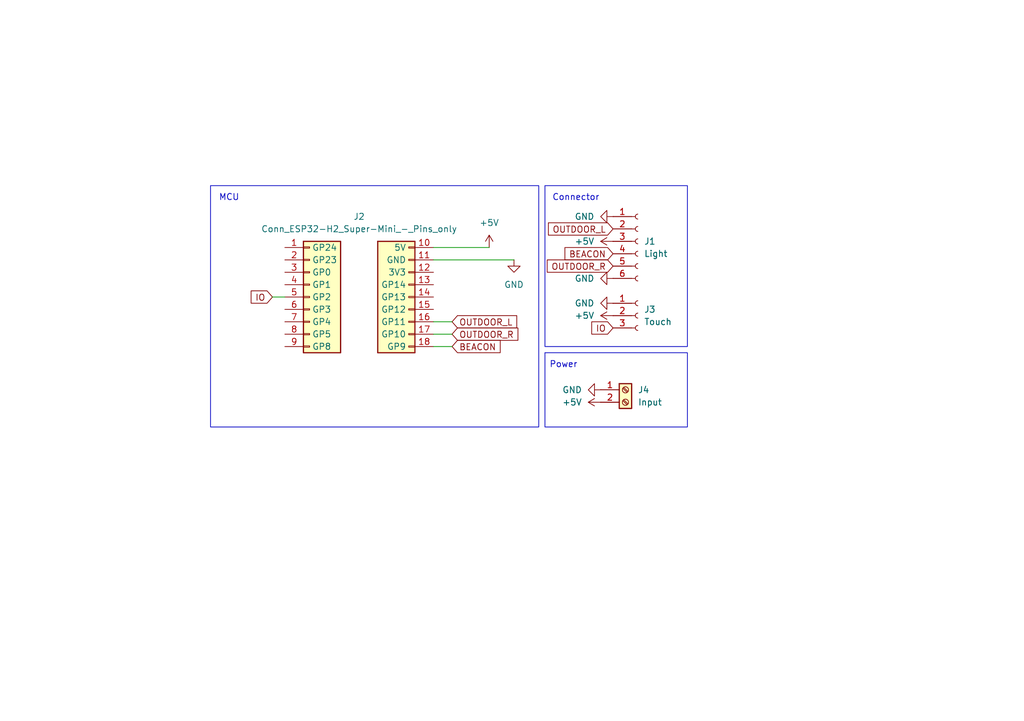
<source format=kicad_sch>
(kicad_sch (version 20250114) (generator "eeschema") (generator_version "9.0")
  (paper "A5")
  (title_block (title "Mole Beacon") (date "05.10.2025") (rev "1.0.0") (company "Peter Siegmund") (comment 1 "kicad@mars3142.org") (comment 2 "https://wiki.mars3142.dev/project/maerklin/warnemuende/lighthouse/start"))
  (lib_symbols
    (symbol "Connector:Conn_01x03_Socket" (pin_names (offset 1.016) (hide yes))
      (property "Reference" "J" (at 0 5.08 0))
      (property "Value" "Conn_01x03_Socket" (at 0 -5.08 0))
      (symbol "Conn_01x03_Socket_1_1"
        (polyline (pts (xy -1.27 2.54) (xy -0.508 2.54)) (stroke (width 0.1524)))
        (polyline (pts (xy -1.27 0) (xy -0.508 0)) (stroke (width 0.1524)))
        (polyline (pts (xy -1.27 -2.54) (xy -0.508 -2.54)) (stroke (width 0.1524)))
        (arc (start 0 2.032) (mid -0.5058 2.54) (end 0 3.048) (stroke (width 0.1524)))
        (arc (start 0 -0.508) (mid -0.5058 0) (end 0 0.508) (stroke (width 0.1524)))
        (arc (start 0 -3.048) (mid -0.5058 -2.54) (end 0 -2.032) (stroke (width 0.1524)))
        (pin passive line (at -5.08 2.54 0) (length 3.81) (name "Pin_1") (number "1"))
        (pin passive line (at -5.08 0 0) (length 3.81) (name "Pin_2") (number "2"))
        (pin passive line (at -5.08 -2.54 0) (length 3.81) (name "Pin_3") (number "3"))
      )
    )
    (symbol "Connector:Conn_01x06_Socket" (pin_names (offset 1.016) (hide yes))
      (property "Reference" "J" (at 0 7.62 0))
      (property "Value" "Conn_01x06_Socket" (at 0 -10.16 0))
      (symbol "Conn_01x06_Socket_1_1"
        (polyline (pts (xy -1.27 5.08) (xy -0.508 5.08)) (stroke (width 0.1524)))
        (polyline (pts (xy -1.27 2.54) (xy -0.508 2.54)) (stroke (width 0.1524)))
        (polyline (pts (xy -1.27 0) (xy -0.508 0)) (stroke (width 0.1524)))
        (polyline (pts (xy -1.27 -2.54) (xy -0.508 -2.54)) (stroke (width 0.1524)))
        (polyline (pts (xy -1.27 -5.08) (xy -0.508 -5.08)) (stroke (width 0.1524)))
        (polyline (pts (xy -1.27 -7.62) (xy -0.508 -7.62)) (stroke (width 0.1524)))
        (arc (start 0 4.572) (mid -0.5058 5.08) (end 0 5.588) (stroke (width 0.1524)))
        (arc (start 0 2.032) (mid -0.5058 2.54) (end 0 3.048) (stroke (width 0.1524)))
        (arc (start 0 -0.508) (mid -0.5058 0) (end 0 0.508) (stroke (width 0.1524)))
        (arc (start 0 -3.048) (mid -0.5058 -2.54) (end 0 -2.032) (stroke (width 0.1524)))
        (arc (start 0 -5.588) (mid -0.5058 -5.08) (end 0 -4.572) (stroke (width 0.1524)))
        (arc (start 0 -8.128) (mid -0.5058 -7.62) (end 0 -7.112) (stroke (width 0.1524)))
        (pin passive line (at -5.08 5.08 0) (length 3.81) (name "Pin_1") (number "1"))
        (pin passive line (at -5.08 2.54 0) (length 3.81) (name "Pin_2") (number "2"))
        (pin passive line (at -5.08 0 0) (length 3.81) (name "Pin_3") (number "3"))
        (pin passive line (at -5.08 -2.54 0) (length 3.81) (name "Pin_4") (number "4"))
        (pin passive line (at -5.08 -5.08 0) (length 3.81) (name "Pin_5") (number "5"))
        (pin passive line (at -5.08 -7.62 0) (length 3.81) (name "Pin_6") (number "6"))
      )
    )
    (symbol "Connector:Screw_Terminal_01x02" (pin_names (offset 1.016) (hide yes))
      (property "Reference" "J" (at 0 2.54 0))
      (property "Value" "Screw_Terminal_01x02" (at 0 -5.08 0))
      (symbol "Screw_Terminal_01x02_1_1"
        (rectangle (start -1.27 1.27) (end 1.27 -3.81) (stroke (width 0.254)) (fill (type background)))
        (polyline (pts (xy -0.5334 0.3302) (xy 0.3302 -0.508)) (stroke (width 0.1524)))
        (polyline (pts (xy -0.5334 -2.2098) (xy 0.3302 -3.048)) (stroke (width 0.1524)))
        (polyline (pts (xy -0.3556 0.508) (xy 0.508 -0.3302)) (stroke (width 0.1524)))
        (polyline (pts (xy -0.3556 -2.032) (xy 0.508 -2.8702)) (stroke (width 0.1524)))
        (circle (center 0 0) (radius 0.635) (stroke (width 0.1524)))
        (circle (center 0 -2.54) (radius 0.635) (stroke (width 0.1524)))
        (pin passive line (at -5.08 0 0) (length 3.81) (name "Pin_1") (number "1"))
        (pin passive line (at -5.08 -2.54 0) (length 3.81) (name "Pin_2") (number "2"))
      )
    )
    (symbol "power:+5V" (power) (pin_numbers (hide yes)) (pin_names (offset 0) (hide yes))
      (property "Value" "+5V" (at 0 3.556 0))
      (symbol "+5V_0_1"
        (polyline (pts (xy -0.762 1.27) (xy 0 2.54)))
        (polyline (pts (xy 0 2.54) (xy 0.762 1.27)))
        (polyline (pts (xy 0 0) (xy 0 2.54)))
      )
      (symbol "+5V_1_1"
        (pin power_in line (at 0 0 90) (length 0) (name "~") (number "1"))
      )
    )
    (symbol "power:GND" (power) (pin_numbers (hide yes)) (pin_names (offset 0) (hide yes))
      (property "Value" "GND" (at 0 -3.81 0))
      (symbol "GND_0_1"
        (polyline (pts (xy 0 0) (xy 0 -1.27) (xy 1.27 -1.27) (xy 0 -2.54) (xy -1.27 -1.27) (xy 0 -1.27)))
      )
      (symbol "GND_1_1"
        (pin power_in line (at 0 0 270) (length 0) (name "~") (number "1"))
      )
    )
    (symbol "wemos:Conn_ESP32-H2_Super-Mini_-_Pins_only" (pin_names (offset 1.778))
      (property "Reference" "J" (at 0 10.668 0))
      (property "Value" "Conn_ESP32-H2_Super-Mini_-_Pins_only" (at 0.762 -15.494 0))
      (symbol "Conn_ESP32-H2_Super-Mini_-_Pins_only_1_1"
        (rectangle (start -11.43 8.89) (end -3.81 -13.97) (stroke (width 0.254)) (fill (type background)))
        (rectangle (start -11.43 7.747) (end -10.16 7.493) (stroke (width 0.1524)))
        (rectangle (start -11.43 5.207) (end -10.16 4.953) (stroke (width 0.1524)))
        (rectangle (start -11.43 2.667) (end -10.16 2.413) (stroke (width 0.1524)))
        (rectangle (start -11.43 0.127) (end -10.16 -0.127) (stroke (width 0.1524)))
        (rectangle (start -11.43 -2.413) (end -10.16 -2.667) (stroke (width 0.1524)))
        (rectangle (start -11.43 -4.953) (end -10.16 -5.207) (stroke (width 0.1524)))
        (rectangle (start -11.43 -7.493) (end -10.16 -7.747) (stroke (width 0.1524)))
        (rectangle (start -11.43 -10.033) (end -10.16 -10.287) (stroke (width 0.1524)))
        (rectangle (start -11.43 -12.573) (end -10.16 -12.827) (stroke (width 0.1524)))
        (rectangle (start 3.81 8.89) (end 11.43 -13.97) (stroke (width 0.254)) (fill (type background)))
        (rectangle (start 10.16 -10.033) (end 11.43 -10.287) (stroke (width 0.1524)))
        (rectangle (start 10.16 -12.573) (end 11.43 -12.827) (stroke (width 0.1524)))
        (rectangle (start 11.43 7.747) (end 10.16 7.493) (stroke (width 0.1524)))
        (rectangle (start 11.43 5.207) (end 10.16 4.953) (stroke (width 0.1524)))
        (rectangle (start 11.43 2.667) (end 10.16 2.413) (stroke (width 0.1524)))
        (rectangle (start 11.43 0.127) (end 10.16 -0.127) (stroke (width 0.1524)))
        (rectangle (start 11.43 -2.413) (end 10.16 -2.667) (stroke (width 0.1524)))
        (rectangle (start 11.43 -4.953) (end 10.16 -5.207) (stroke (width 0.1524)))
        (rectangle (start 11.43 -7.493) (end 10.16 -7.747) (stroke (width 0.1524)))
        (pin passive line (at -15.24 7.62 0) (length 3.81) (name "GP24") (number "1"))
        (pin passive line (at -15.24 5.08 0) (length 3.81) (name "GP23") (number "2"))
        (pin passive line (at -15.24 2.54 0) (length 3.81) (name "GP0") (number "3"))
        (pin passive line (at -15.24 0 0) (length 3.81) (name "GP1") (number "4"))
        (pin passive line (at -15.24 -2.54 0) (length 3.81) (name "GP2") (number "5"))
        (pin passive line (at -15.24 -5.08 0) (length 3.81) (name "GP3") (number "6"))
        (pin passive line (at -15.24 -7.62 0) (length 3.81) (name "GP4") (number "7"))
        (pin passive line (at -15.24 -10.16 0) (length 3.81) (name "GP5") (number "8"))
        (pin passive line (at -15.24 -12.7 0) (length 3.81) (name "GP8") (number "9"))
        (pin passive line (at 15.24 7.62 180) (length 3.81) (name "5V") (number "10"))
        (pin passive line (at 15.24 5.08 180) (length 3.81) (name "GND") (number "11"))
        (pin passive line (at 15.24 2.54 180) (length 3.81) (name "3V3") (number "12"))
        (pin passive line (at 15.24 0 180) (length 3.81) (name "GP14") (number "13"))
        (pin passive line (at 15.24 -2.54 180) (length 3.81) (name "GP13") (number "14"))
        (pin passive line (at 15.24 -5.08 180) (length 3.81) (name "GP12") (number "15"))
        (pin passive line (at 15.24 -7.62 180) (length 3.81) (name "GP11") (number "16"))
        (pin passive line (at 15.24 -10.16 180) (length 3.81) (name "GP10") (number "17"))
        (pin passive line (at 15.24 -12.7 180) (length 3.81) (name "GP9") (number "18"))
      )
    )
  )
  (rectangle (start 111.76 72.39) (end 140.97 87.63))
  (rectangle (start 111.76 38.1) (end 140.97 71.12))
  (rectangle (start 43.18 38.1) (end 110.49 87.63))
  (text "Connector" (at 118.11 40.64 0) (effects (font (size 1.27 1.27))))
  (text "Power" (at 115.57 74.93 0) (effects (font (size 1.27 1.27))))
  (text "MCU" (at 46.99 40.64 0) (effects (font (size 1.27 1.27))))
  (wire (pts (xy 92.71 71.12) (xy 88.9 71.12)))
  (wire (pts (xy 88.9 50.8) (xy 100.33 50.8)))
  (wire (pts (xy 92.71 68.58) (xy 88.9 68.58)))
  (wire (pts (xy 55.88 60.96) (xy 58.42 60.96)))
  (wire (pts (xy 92.71 66.04) (xy 88.9 66.04)))
  (wire (pts (xy 88.9 53.34) (xy 105.41 53.34)))
  (global_label "OUTDOOR_L" (shape input) (at 92.71 66.04 0) (property "Intersheetrefs" "${INTERSHEET_REFS}" (effects (hide yes))))
  (global_label "BEACON" (shape input) (at 92.71 71.12 0) (property "Intersheetrefs" "${INTERSHEET_REFS}" (effects (hide yes))))
  (global_label "IO" (shape input) (at 125.73 67.31 180) (property "Intersheetrefs" "${INTERSHEET_REFS}" (effects (hide yes))))
  (global_label "IO" (shape input) (at 55.88 60.96 180) (property "Intersheetrefs" "${INTERSHEET_REFS}" (effects (hide yes))))
  (global_label "BEACON" (shape input) (at 125.73 52.07 180) (property "Intersheetrefs" "${INTERSHEET_REFS}" (effects (hide yes))))
  (global_label "OUTDOOR_R" (shape input) (at 92.71 68.58 0) (property "Intersheetrefs" "${INTERSHEET_REFS}" (effects (hide yes))))
  (global_label "OUTDOOR_R" (shape input) (at 125.73 54.61 180) (property "Intersheetrefs" "${INTERSHEET_REFS}" (effects (hide yes))))
  (global_label "OUTDOOR_L" (shape input) (at 125.73 46.99 180) (property "Intersheetrefs" "${INTERSHEET_REFS}" (effects (hide yes))))
  (symbol (lib_id "power:GND") (at 105.41 53.34 0) (unit 1)
    (property "Reference" "#PWR04" (effects (hide yes)))
    (property "Value" "GND" (at 105.41 58.42 0))
    (property "Description" "Power symbol creates a global label with name \"GND\" , ground" (effects (hide yes)))
  )
  (symbol (lib_id "Connector:Conn_01x06_Socket") (at 130.81 49.53 0) (unit 1)
    (property "Reference" "J1" (at 132.08 49.5299 0) (effects (justify left)))
    (property "Value" "Light" (at 132.08 52.0699 0) (effects (justify left)))
    (property "Footprint" "Connector_JST:JST_PH_S4B-PH-K_1x06_P2.00mm_Horizontal" (effects (hide yes)))
    (property "Description" "Generic connector, single row, 01x06, script generated" (effects (hide yes)))
  )
  (symbol (lib_id "power:+5V") (at 125.73 49.53 90) (unit 1)
    (property "Reference" "#PWR02" (effects (hide yes)))
    (property "Value" "+5V" (at 121.92 49.5299 90) (effects (justify left)))
    (property "Description" "Power symbol creates a global label with name \"+5V\"" (effects (hide yes)))
  )
  (symbol (lib_id "Connector:Screw_Terminal_01x02") (at 128.27 80.01 0) (unit 1)
    (property "Reference" "J4" (at 130.81 80.0099 0) (effects (justify left)))
    (property "Value" "Input" (at 130.81 82.5499 0) (effects (justify left)))
    (property "Footprint" "TerminalBlock_Phoenix:TerminalBlock_Phoenix_MKDS-1,5-2_1x02_P5.00mm_Horizontal" (effects (hide yes)))
    (property "Description" "Generic screw terminal, single row, 01x02, script generated (kicad-library-utils/schlib/autogen/connector/)" (effects (hide yes)))
  )
  (symbol (lib_id "power:GND") (at 125.73 62.23 270) (unit 1)
    (property "Reference" "#PWR06" (effects (hide yes)))
    (property "Value" "GND" (at 121.92 62.2299 90) (effects (justify right)))
    (property "Description" "Power symbol creates a global label with name \"GND\" , ground" (effects (hide yes)))
  )
  (symbol (lib_id "power:+5V") (at 100.33 50.8 0) (unit 1)
    (property "Reference" "#PWR03" (effects (hide yes)))
    (property "Value" "+5V" (at 100.33 45.72 0))
    (property "Description" "Power symbol creates a global label with name \"+5V\"" (effects (hide yes)))
  )
  (symbol (lib_id "power:+5V") (at 125.73 64.77 90) (unit 1)
    (property "Reference" "#PWR07" (effects (hide yes)))
    (property "Value" "+5V" (at 121.92 64.7699 90) (effects (justify left)))
    (property "Description" "Power symbol creates a global label with name \"+5V\"" (effects (hide yes)))
  )
  (symbol (lib_id "power:+5V") (at 123.19 82.55 90) (unit 1)
    (property "Reference" "#PWR09" (effects (hide yes)))
    (property "Value" "+5V" (at 119.38 82.5499 90) (effects (justify left)))
    (property "Description" "Power symbol creates a global label with name \"+5V\"" (effects (hide yes)))
  )
  (symbol (lib_id "power:GND") (at 123.19 80.01 270) (unit 1)
    (property "Reference" "#PWR08" (effects (hide yes)))
    (property "Value" "GND" (at 119.38 80.0099 90) (effects (justify right)))
    (property "Description" "Power symbol creates a global label with name \"GND\" , ground" (effects (hide yes)))
  )
  (symbol (lib_id "wemos:Conn_ESP32-H2_Super-Mini_-_Pins_only") (at 73.66 58.42 0) (unit 1)
    (property "Reference" "J2" (at 73.66 44.45 0))
    (property "Value" "Conn_ESP32-H2_Super-Mini_-_Pins_only" (at 73.66 46.99 0))
    (property "Footprint" "wemos:PinSocket_S3 Zero" (effects (hide yes)))
    (property "Description" "Connector for ESP32H2 Zero (Pins only)" (effects (hide yes)))
  )
  (symbol (lib_id "Connector:Conn_01x03_Socket") (at 130.81 64.77 0) (unit 1)
    (property "Reference" "J3" (at 132.08 63.4999 0) (effects (justify left)))
    (property "Value" "Touch" (at 132.08 66.0399 0) (effects (justify left)))
    (property "Footprint" "Connector_PinSocket_2.54mm:PinSocket_1x03_P2.54mm_Vertical" (effects (hide yes)))
    (property "Description" "Generic connector, single row, 01x03, script generated" (effects (hide yes)))
  )
  (symbol (lib_id "power:GND") (at 125.73 57.15 270) (unit 1)
    (property "Reference" "#PWR05" (effects (hide yes)))
    (property "Value" "GND" (at 121.92 57.1499 90) (effects (justify right)))
    (property "Description" "Power symbol creates a global label with name \"GND\" , ground" (effects (hide yes)))
  )
  (symbol (lib_id "power:GND") (at 125.73 44.45 270) (unit 1)
    (property "Reference" "#PWR01" (effects (hide yes)))
    (property "Value" "GND" (at 121.92 44.4499 90) (effects (justify right)))
    (property "Description" "Power symbol creates a global label with name \"GND\" , ground" (effects (hide yes)))
  )
)
</source>
